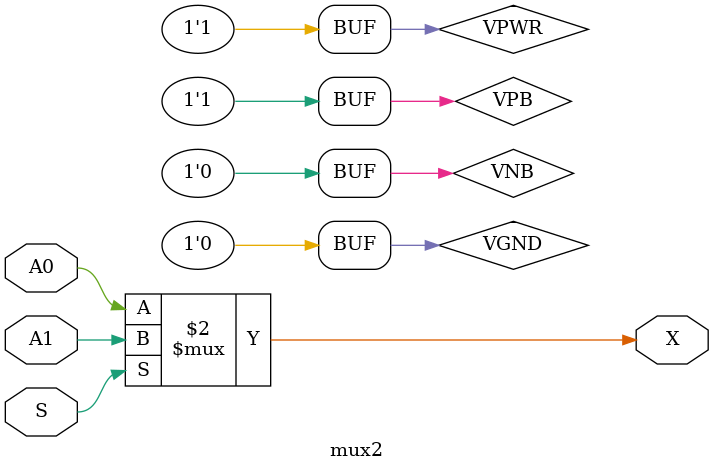
<source format=v>
module mux2 (
    X ,
    A0,
    A1,
    S
);

    output X ;
    input  A0;
    input  A1;
    input  S ;

    // Voltage supply signals
    supply1 VPWR;
    supply0 VGND;
    supply1 VPB ;
    supply0 VNB ;

    assign X = (S == 1'b1) ? A1 : A0;

endmodule
</source>
